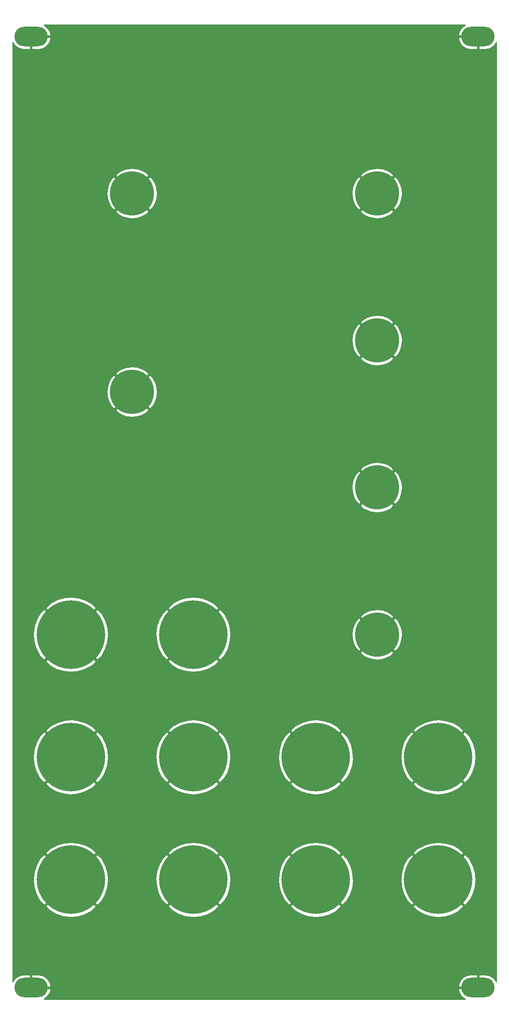
<source format=gbr>
%TF.GenerationSoftware,KiCad,Pcbnew,5.1.8-db9833491~88~ubuntu20.04.1*%
%TF.CreationDate,2020-12-01T11:04:47-05:00*%
%TF.ProjectId,mfos_vco_panel,6d666f73-5f76-4636-9f5f-70616e656c2e,rev?*%
%TF.SameCoordinates,Original*%
%TF.FileFunction,Copper,L2,Bot*%
%TF.FilePolarity,Positive*%
%FSLAX46Y46*%
G04 Gerber Fmt 4.6, Leading zero omitted, Abs format (unit mm)*
G04 Created by KiCad (PCBNEW 5.1.8-db9833491~88~ubuntu20.04.1) date 2020-12-01 11:04:47*
%MOMM*%
%LPD*%
G01*
G04 APERTURE LIST*
%TA.AperFunction,ComponentPad*%
%ADD10C,14.000000*%
%TD*%
%TA.AperFunction,ComponentPad*%
%ADD11C,9.000000*%
%TD*%
%TA.AperFunction,ComponentPad*%
%ADD12O,6.800000X4.000000*%
%TD*%
%TA.AperFunction,Conductor*%
%ADD13C,0.254000*%
%TD*%
%TA.AperFunction,Conductor*%
%ADD14C,0.100000*%
%TD*%
G04 APERTURE END LIST*
D10*
%TO.P,H21,1*%
%TO.N,GND*%
X92500000Y-110000000D03*
%TD*%
D11*
%TO.P,H20,1*%
%TO.N,GND*%
X155000000Y-50000000D03*
%TD*%
D10*
%TO.P,H19,1*%
%TO.N,GND*%
X167500000Y-160000000D03*
%TD*%
D11*
%TO.P,H18,1*%
%TO.N,GND*%
X155000000Y-80000000D03*
%TD*%
D12*
%TO.P,H17,1*%
%TO.N,GND*%
X84400000Y12000000D03*
%TD*%
D10*
%TO.P,H16,1*%
%TO.N,GND*%
X117500000Y-160000000D03*
%TD*%
%TO.P,H15,1*%
%TO.N,GND*%
X167500000Y-135000000D03*
%TD*%
D11*
%TO.P,H14,1*%
%TO.N,GND*%
X105000000Y-60500000D03*
%TD*%
D12*
%TO.P,H13,1*%
%TO.N,GND*%
X175600000Y-182000000D03*
%TD*%
D10*
%TO.P,H12,1*%
%TO.N,GND*%
X92500000Y-160000000D03*
%TD*%
%TO.P,H11,1*%
%TO.N,GND*%
X142500000Y-160000000D03*
%TD*%
D11*
%TO.P,H10,1*%
%TO.N,GND*%
X155000000Y-20000000D03*
%TD*%
D12*
%TO.P,H9,1*%
%TO.N,GND*%
X84400000Y-182000000D03*
%TD*%
D10*
%TO.P,H8,1*%
%TO.N,GND*%
X142500000Y-135000000D03*
%TD*%
%TO.P,H7,1*%
%TO.N,GND*%
X92500000Y-135000000D03*
%TD*%
D11*
%TO.P,H6,1*%
%TO.N,GND*%
X155000000Y-110000000D03*
%TD*%
D12*
%TO.P,H5,1*%
%TO.N,GND*%
X175600000Y12000000D03*
%TD*%
D10*
%TO.P,H4,1*%
%TO.N,GND*%
X117500000Y-135000000D03*
%TD*%
%TO.P,H3,1*%
%TO.N,GND*%
X117500000Y-110000000D03*
%TD*%
D11*
%TO.P,H1,1*%
%TO.N,GND*%
X105000000Y-20000000D03*
%TD*%
D13*
%TO.N,GND*%
X172630475Y14120365D02*
X172246970Y13773424D01*
X171938519Y13358331D01*
X171716975Y12891038D01*
X171620333Y12537162D01*
X171727009Y12127000D01*
X175473000Y12127000D01*
X175473000Y12147000D01*
X175727000Y12147000D01*
X175727000Y12127000D01*
X175747000Y12127000D01*
X175747000Y11873000D01*
X175727000Y11873000D01*
X175727000Y9365000D01*
X177127000Y9365000D01*
X177638623Y9440407D01*
X178125704Y9614178D01*
X178569525Y9879635D01*
X178953030Y10226576D01*
X179261481Y10641669D01*
X179340000Y10807286D01*
X179340001Y-180807288D01*
X179261481Y-180641669D01*
X178953030Y-180226576D01*
X178569525Y-179879635D01*
X178125704Y-179614178D01*
X177638623Y-179440407D01*
X177127000Y-179365000D01*
X175727000Y-179365000D01*
X175727000Y-181873000D01*
X175747000Y-181873000D01*
X175747000Y-182127000D01*
X175727000Y-182127000D01*
X175727000Y-182147000D01*
X175473000Y-182147000D01*
X175473000Y-182127000D01*
X171727009Y-182127000D01*
X171620333Y-182537162D01*
X171716975Y-182891038D01*
X171938519Y-183358331D01*
X172246970Y-183773424D01*
X172630475Y-184120365D01*
X172997686Y-184340000D01*
X87002314Y-184340000D01*
X87369525Y-184120365D01*
X87753030Y-183773424D01*
X88061481Y-183358331D01*
X88283025Y-182891038D01*
X88379667Y-182537162D01*
X88272991Y-182127000D01*
X84527000Y-182127000D01*
X84527000Y-182147000D01*
X84273000Y-182147000D01*
X84273000Y-182127000D01*
X84253000Y-182127000D01*
X84253000Y-181873000D01*
X84273000Y-181873000D01*
X84273000Y-179365000D01*
X84527000Y-179365000D01*
X84527000Y-181873000D01*
X88272991Y-181873000D01*
X88379667Y-181462838D01*
X171620333Y-181462838D01*
X171727009Y-181873000D01*
X175473000Y-181873000D01*
X175473000Y-179365000D01*
X174073000Y-179365000D01*
X173561377Y-179440407D01*
X173074296Y-179614178D01*
X172630475Y-179879635D01*
X172246970Y-180226576D01*
X171938519Y-180641669D01*
X171716975Y-181108962D01*
X171620333Y-181462838D01*
X88379667Y-181462838D01*
X88283025Y-181108962D01*
X88061481Y-180641669D01*
X87753030Y-180226576D01*
X87369525Y-179879635D01*
X86925704Y-179614178D01*
X86438623Y-179440407D01*
X85927000Y-179365000D01*
X84527000Y-179365000D01*
X84273000Y-179365000D01*
X82873000Y-179365000D01*
X82361377Y-179440407D01*
X81874296Y-179614178D01*
X81430475Y-179879635D01*
X81046970Y-180226576D01*
X80738519Y-180641669D01*
X80660000Y-180807286D01*
X80660000Y-165401674D01*
X87277932Y-165401674D01*
X88093908Y-166280530D01*
X89403840Y-167019437D01*
X90832756Y-167488591D01*
X92325743Y-167669963D01*
X93825428Y-167556583D01*
X95274176Y-167152807D01*
X96616314Y-166474153D01*
X96906092Y-166280530D01*
X97722068Y-165401674D01*
X112277932Y-165401674D01*
X113093908Y-166280530D01*
X114403840Y-167019437D01*
X115832756Y-167488591D01*
X117325743Y-167669963D01*
X118825428Y-167556583D01*
X120274176Y-167152807D01*
X121616314Y-166474153D01*
X121906092Y-166280530D01*
X122722068Y-165401674D01*
X137277932Y-165401674D01*
X138093908Y-166280530D01*
X139403840Y-167019437D01*
X140832756Y-167488591D01*
X142325743Y-167669963D01*
X143825428Y-167556583D01*
X145274176Y-167152807D01*
X146616314Y-166474153D01*
X146906092Y-166280530D01*
X147722068Y-165401674D01*
X162277932Y-165401674D01*
X163093908Y-166280530D01*
X164403840Y-167019437D01*
X165832756Y-167488591D01*
X167325743Y-167669963D01*
X168825428Y-167556583D01*
X170274176Y-167152807D01*
X171616314Y-166474153D01*
X171906092Y-166280530D01*
X172722068Y-165401674D01*
X167500000Y-160179605D01*
X162277932Y-165401674D01*
X147722068Y-165401674D01*
X142500000Y-160179605D01*
X137277932Y-165401674D01*
X122722068Y-165401674D01*
X117500000Y-160179605D01*
X112277932Y-165401674D01*
X97722068Y-165401674D01*
X92500000Y-160179605D01*
X87277932Y-165401674D01*
X80660000Y-165401674D01*
X80660000Y-159825743D01*
X84830037Y-159825743D01*
X84943417Y-161325428D01*
X85347193Y-162774176D01*
X86025847Y-164116314D01*
X86219470Y-164406092D01*
X87098326Y-165222068D01*
X92320395Y-160000000D01*
X92679605Y-160000000D01*
X97901674Y-165222068D01*
X98780530Y-164406092D01*
X99519437Y-163096160D01*
X99988591Y-161667244D01*
X100169963Y-160174257D01*
X100143615Y-159825743D01*
X109830037Y-159825743D01*
X109943417Y-161325428D01*
X110347193Y-162774176D01*
X111025847Y-164116314D01*
X111219470Y-164406092D01*
X112098326Y-165222068D01*
X117320395Y-160000000D01*
X117679605Y-160000000D01*
X122901674Y-165222068D01*
X123780530Y-164406092D01*
X124519437Y-163096160D01*
X124988591Y-161667244D01*
X125169963Y-160174257D01*
X125143615Y-159825743D01*
X134830037Y-159825743D01*
X134943417Y-161325428D01*
X135347193Y-162774176D01*
X136025847Y-164116314D01*
X136219470Y-164406092D01*
X137098326Y-165222068D01*
X142320395Y-160000000D01*
X142679605Y-160000000D01*
X147901674Y-165222068D01*
X148780530Y-164406092D01*
X149519437Y-163096160D01*
X149988591Y-161667244D01*
X150169963Y-160174257D01*
X150143615Y-159825743D01*
X159830037Y-159825743D01*
X159943417Y-161325428D01*
X160347193Y-162774176D01*
X161025847Y-164116314D01*
X161219470Y-164406092D01*
X162098326Y-165222068D01*
X167320395Y-160000000D01*
X167679605Y-160000000D01*
X172901674Y-165222068D01*
X173780530Y-164406092D01*
X174519437Y-163096160D01*
X174988591Y-161667244D01*
X175169963Y-160174257D01*
X175056583Y-158674572D01*
X174652807Y-157225824D01*
X173974153Y-155883686D01*
X173780530Y-155593908D01*
X172901674Y-154777932D01*
X167679605Y-160000000D01*
X167320395Y-160000000D01*
X162098326Y-154777932D01*
X161219470Y-155593908D01*
X160480563Y-156903840D01*
X160011409Y-158332756D01*
X159830037Y-159825743D01*
X150143615Y-159825743D01*
X150056583Y-158674572D01*
X149652807Y-157225824D01*
X148974153Y-155883686D01*
X148780530Y-155593908D01*
X147901674Y-154777932D01*
X142679605Y-160000000D01*
X142320395Y-160000000D01*
X137098326Y-154777932D01*
X136219470Y-155593908D01*
X135480563Y-156903840D01*
X135011409Y-158332756D01*
X134830037Y-159825743D01*
X125143615Y-159825743D01*
X125056583Y-158674572D01*
X124652807Y-157225824D01*
X123974153Y-155883686D01*
X123780530Y-155593908D01*
X122901674Y-154777932D01*
X117679605Y-160000000D01*
X117320395Y-160000000D01*
X112098326Y-154777932D01*
X111219470Y-155593908D01*
X110480563Y-156903840D01*
X110011409Y-158332756D01*
X109830037Y-159825743D01*
X100143615Y-159825743D01*
X100056583Y-158674572D01*
X99652807Y-157225824D01*
X98974153Y-155883686D01*
X98780530Y-155593908D01*
X97901674Y-154777932D01*
X92679605Y-160000000D01*
X92320395Y-160000000D01*
X87098326Y-154777932D01*
X86219470Y-155593908D01*
X85480563Y-156903840D01*
X85011409Y-158332756D01*
X84830037Y-159825743D01*
X80660000Y-159825743D01*
X80660000Y-154598326D01*
X87277932Y-154598326D01*
X92500000Y-159820395D01*
X97722068Y-154598326D01*
X112277932Y-154598326D01*
X117500000Y-159820395D01*
X122722068Y-154598326D01*
X137277932Y-154598326D01*
X142500000Y-159820395D01*
X147722068Y-154598326D01*
X162277932Y-154598326D01*
X167500000Y-159820395D01*
X172722068Y-154598326D01*
X171906092Y-153719470D01*
X170596160Y-152980563D01*
X169167244Y-152511409D01*
X167674257Y-152330037D01*
X166174572Y-152443417D01*
X164725824Y-152847193D01*
X163383686Y-153525847D01*
X163093908Y-153719470D01*
X162277932Y-154598326D01*
X147722068Y-154598326D01*
X146906092Y-153719470D01*
X145596160Y-152980563D01*
X144167244Y-152511409D01*
X142674257Y-152330037D01*
X141174572Y-152443417D01*
X139725824Y-152847193D01*
X138383686Y-153525847D01*
X138093908Y-153719470D01*
X137277932Y-154598326D01*
X122722068Y-154598326D01*
X121906092Y-153719470D01*
X120596160Y-152980563D01*
X119167244Y-152511409D01*
X117674257Y-152330037D01*
X116174572Y-152443417D01*
X114725824Y-152847193D01*
X113383686Y-153525847D01*
X113093908Y-153719470D01*
X112277932Y-154598326D01*
X97722068Y-154598326D01*
X96906092Y-153719470D01*
X95596160Y-152980563D01*
X94167244Y-152511409D01*
X92674257Y-152330037D01*
X91174572Y-152443417D01*
X89725824Y-152847193D01*
X88383686Y-153525847D01*
X88093908Y-153719470D01*
X87277932Y-154598326D01*
X80660000Y-154598326D01*
X80660000Y-140401674D01*
X87277932Y-140401674D01*
X88093908Y-141280530D01*
X89403840Y-142019437D01*
X90832756Y-142488591D01*
X92325743Y-142669963D01*
X93825428Y-142556583D01*
X95274176Y-142152807D01*
X96616314Y-141474153D01*
X96906092Y-141280530D01*
X97722068Y-140401674D01*
X112277932Y-140401674D01*
X113093908Y-141280530D01*
X114403840Y-142019437D01*
X115832756Y-142488591D01*
X117325743Y-142669963D01*
X118825428Y-142556583D01*
X120274176Y-142152807D01*
X121616314Y-141474153D01*
X121906092Y-141280530D01*
X122722068Y-140401674D01*
X137277932Y-140401674D01*
X138093908Y-141280530D01*
X139403840Y-142019437D01*
X140832756Y-142488591D01*
X142325743Y-142669963D01*
X143825428Y-142556583D01*
X145274176Y-142152807D01*
X146616314Y-141474153D01*
X146906092Y-141280530D01*
X147722068Y-140401674D01*
X162277932Y-140401674D01*
X163093908Y-141280530D01*
X164403840Y-142019437D01*
X165832756Y-142488591D01*
X167325743Y-142669963D01*
X168825428Y-142556583D01*
X170274176Y-142152807D01*
X171616314Y-141474153D01*
X171906092Y-141280530D01*
X172722068Y-140401674D01*
X167500000Y-135179605D01*
X162277932Y-140401674D01*
X147722068Y-140401674D01*
X142500000Y-135179605D01*
X137277932Y-140401674D01*
X122722068Y-140401674D01*
X117500000Y-135179605D01*
X112277932Y-140401674D01*
X97722068Y-140401674D01*
X92500000Y-135179605D01*
X87277932Y-140401674D01*
X80660000Y-140401674D01*
X80660000Y-134825743D01*
X84830037Y-134825743D01*
X84943417Y-136325428D01*
X85347193Y-137774176D01*
X86025847Y-139116314D01*
X86219470Y-139406092D01*
X87098326Y-140222068D01*
X92320395Y-135000000D01*
X92679605Y-135000000D01*
X97901674Y-140222068D01*
X98780530Y-139406092D01*
X99519437Y-138096160D01*
X99988591Y-136667244D01*
X100169963Y-135174257D01*
X100143615Y-134825743D01*
X109830037Y-134825743D01*
X109943417Y-136325428D01*
X110347193Y-137774176D01*
X111025847Y-139116314D01*
X111219470Y-139406092D01*
X112098326Y-140222068D01*
X117320395Y-135000000D01*
X117679605Y-135000000D01*
X122901674Y-140222068D01*
X123780530Y-139406092D01*
X124519437Y-138096160D01*
X124988591Y-136667244D01*
X125169963Y-135174257D01*
X125143615Y-134825743D01*
X134830037Y-134825743D01*
X134943417Y-136325428D01*
X135347193Y-137774176D01*
X136025847Y-139116314D01*
X136219470Y-139406092D01*
X137098326Y-140222068D01*
X142320395Y-135000000D01*
X142679605Y-135000000D01*
X147901674Y-140222068D01*
X148780530Y-139406092D01*
X149519437Y-138096160D01*
X149988591Y-136667244D01*
X150169963Y-135174257D01*
X150143615Y-134825743D01*
X159830037Y-134825743D01*
X159943417Y-136325428D01*
X160347193Y-137774176D01*
X161025847Y-139116314D01*
X161219470Y-139406092D01*
X162098326Y-140222068D01*
X167320395Y-135000000D01*
X167679605Y-135000000D01*
X172901674Y-140222068D01*
X173780530Y-139406092D01*
X174519437Y-138096160D01*
X174988591Y-136667244D01*
X175169963Y-135174257D01*
X175056583Y-133674572D01*
X174652807Y-132225824D01*
X173974153Y-130883686D01*
X173780530Y-130593908D01*
X172901674Y-129777932D01*
X167679605Y-135000000D01*
X167320395Y-135000000D01*
X162098326Y-129777932D01*
X161219470Y-130593908D01*
X160480563Y-131903840D01*
X160011409Y-133332756D01*
X159830037Y-134825743D01*
X150143615Y-134825743D01*
X150056583Y-133674572D01*
X149652807Y-132225824D01*
X148974153Y-130883686D01*
X148780530Y-130593908D01*
X147901674Y-129777932D01*
X142679605Y-135000000D01*
X142320395Y-135000000D01*
X137098326Y-129777932D01*
X136219470Y-130593908D01*
X135480563Y-131903840D01*
X135011409Y-133332756D01*
X134830037Y-134825743D01*
X125143615Y-134825743D01*
X125056583Y-133674572D01*
X124652807Y-132225824D01*
X123974153Y-130883686D01*
X123780530Y-130593908D01*
X122901674Y-129777932D01*
X117679605Y-135000000D01*
X117320395Y-135000000D01*
X112098326Y-129777932D01*
X111219470Y-130593908D01*
X110480563Y-131903840D01*
X110011409Y-133332756D01*
X109830037Y-134825743D01*
X100143615Y-134825743D01*
X100056583Y-133674572D01*
X99652807Y-132225824D01*
X98974153Y-130883686D01*
X98780530Y-130593908D01*
X97901674Y-129777932D01*
X92679605Y-135000000D01*
X92320395Y-135000000D01*
X87098326Y-129777932D01*
X86219470Y-130593908D01*
X85480563Y-131903840D01*
X85011409Y-133332756D01*
X84830037Y-134825743D01*
X80660000Y-134825743D01*
X80660000Y-129598326D01*
X87277932Y-129598326D01*
X92500000Y-134820395D01*
X97722068Y-129598326D01*
X112277932Y-129598326D01*
X117500000Y-134820395D01*
X122722068Y-129598326D01*
X137277932Y-129598326D01*
X142500000Y-134820395D01*
X147722068Y-129598326D01*
X162277932Y-129598326D01*
X167500000Y-134820395D01*
X172722068Y-129598326D01*
X171906092Y-128719470D01*
X170596160Y-127980563D01*
X169167244Y-127511409D01*
X167674257Y-127330037D01*
X166174572Y-127443417D01*
X164725824Y-127847193D01*
X163383686Y-128525847D01*
X163093908Y-128719470D01*
X162277932Y-129598326D01*
X147722068Y-129598326D01*
X146906092Y-128719470D01*
X145596160Y-127980563D01*
X144167244Y-127511409D01*
X142674257Y-127330037D01*
X141174572Y-127443417D01*
X139725824Y-127847193D01*
X138383686Y-128525847D01*
X138093908Y-128719470D01*
X137277932Y-129598326D01*
X122722068Y-129598326D01*
X121906092Y-128719470D01*
X120596160Y-127980563D01*
X119167244Y-127511409D01*
X117674257Y-127330037D01*
X116174572Y-127443417D01*
X114725824Y-127847193D01*
X113383686Y-128525847D01*
X113093908Y-128719470D01*
X112277932Y-129598326D01*
X97722068Y-129598326D01*
X96906092Y-128719470D01*
X95596160Y-127980563D01*
X94167244Y-127511409D01*
X92674257Y-127330037D01*
X91174572Y-127443417D01*
X89725824Y-127847193D01*
X88383686Y-128525847D01*
X88093908Y-128719470D01*
X87277932Y-129598326D01*
X80660000Y-129598326D01*
X80660000Y-115401674D01*
X87277932Y-115401674D01*
X88093908Y-116280530D01*
X89403840Y-117019437D01*
X90832756Y-117488591D01*
X92325743Y-117669963D01*
X93825428Y-117556583D01*
X95274176Y-117152807D01*
X96616314Y-116474153D01*
X96906092Y-116280530D01*
X97722068Y-115401674D01*
X112277932Y-115401674D01*
X113093908Y-116280530D01*
X114403840Y-117019437D01*
X115832756Y-117488591D01*
X117325743Y-117669963D01*
X118825428Y-117556583D01*
X120274176Y-117152807D01*
X121616314Y-116474153D01*
X121906092Y-116280530D01*
X122722068Y-115401674D01*
X117500000Y-110179605D01*
X112277932Y-115401674D01*
X97722068Y-115401674D01*
X92500000Y-110179605D01*
X87277932Y-115401674D01*
X80660000Y-115401674D01*
X80660000Y-109825743D01*
X84830037Y-109825743D01*
X84943417Y-111325428D01*
X85347193Y-112774176D01*
X86025847Y-114116314D01*
X86219470Y-114406092D01*
X87098326Y-115222068D01*
X92320395Y-110000000D01*
X92679605Y-110000000D01*
X97901674Y-115222068D01*
X98780530Y-114406092D01*
X99519437Y-113096160D01*
X99988591Y-111667244D01*
X100169963Y-110174257D01*
X100143615Y-109825743D01*
X109830037Y-109825743D01*
X109943417Y-111325428D01*
X110347193Y-112774176D01*
X111025847Y-114116314D01*
X111219470Y-114406092D01*
X112098326Y-115222068D01*
X117320395Y-110000000D01*
X117679605Y-110000000D01*
X122901674Y-115222068D01*
X123780530Y-114406092D01*
X124221145Y-113624971D01*
X151554634Y-113624971D01*
X152070783Y-114247788D01*
X152955768Y-114737630D01*
X153919314Y-115045407D01*
X154924389Y-115159293D01*
X155932370Y-115074910D01*
X156904520Y-114795501D01*
X157803481Y-114331803D01*
X157929217Y-114247788D01*
X158445366Y-113624971D01*
X155000000Y-110179605D01*
X151554634Y-113624971D01*
X124221145Y-113624971D01*
X124519437Y-113096160D01*
X124988591Y-111667244D01*
X125169963Y-110174257D01*
X125151073Y-109924389D01*
X149840707Y-109924389D01*
X149925090Y-110932370D01*
X150204499Y-111904520D01*
X150668197Y-112803481D01*
X150752212Y-112929217D01*
X151375029Y-113445366D01*
X154820395Y-110000000D01*
X155179605Y-110000000D01*
X158624971Y-113445366D01*
X159247788Y-112929217D01*
X159737630Y-112044232D01*
X160045407Y-111080686D01*
X160159293Y-110075611D01*
X160074910Y-109067630D01*
X159795501Y-108095480D01*
X159331803Y-107196519D01*
X159247788Y-107070783D01*
X158624971Y-106554634D01*
X155179605Y-110000000D01*
X154820395Y-110000000D01*
X151375029Y-106554634D01*
X150752212Y-107070783D01*
X150262370Y-107955768D01*
X149954593Y-108919314D01*
X149840707Y-109924389D01*
X125151073Y-109924389D01*
X125056583Y-108674572D01*
X124652807Y-107225824D01*
X124222602Y-106375029D01*
X151554634Y-106375029D01*
X155000000Y-109820395D01*
X158445366Y-106375029D01*
X157929217Y-105752212D01*
X157044232Y-105262370D01*
X156080686Y-104954593D01*
X155075611Y-104840707D01*
X154067630Y-104925090D01*
X153095480Y-105204499D01*
X152196519Y-105668197D01*
X152070783Y-105752212D01*
X151554634Y-106375029D01*
X124222602Y-106375029D01*
X123974153Y-105883686D01*
X123780530Y-105593908D01*
X122901674Y-104777932D01*
X117679605Y-110000000D01*
X117320395Y-110000000D01*
X112098326Y-104777932D01*
X111219470Y-105593908D01*
X110480563Y-106903840D01*
X110011409Y-108332756D01*
X109830037Y-109825743D01*
X100143615Y-109825743D01*
X100056583Y-108674572D01*
X99652807Y-107225824D01*
X98974153Y-105883686D01*
X98780530Y-105593908D01*
X97901674Y-104777932D01*
X92679605Y-110000000D01*
X92320395Y-110000000D01*
X87098326Y-104777932D01*
X86219470Y-105593908D01*
X85480563Y-106903840D01*
X85011409Y-108332756D01*
X84830037Y-109825743D01*
X80660000Y-109825743D01*
X80660000Y-104598326D01*
X87277932Y-104598326D01*
X92500000Y-109820395D01*
X97722068Y-104598326D01*
X112277932Y-104598326D01*
X117500000Y-109820395D01*
X122722068Y-104598326D01*
X121906092Y-103719470D01*
X120596160Y-102980563D01*
X119167244Y-102511409D01*
X117674257Y-102330037D01*
X116174572Y-102443417D01*
X114725824Y-102847193D01*
X113383686Y-103525847D01*
X113093908Y-103719470D01*
X112277932Y-104598326D01*
X97722068Y-104598326D01*
X96906092Y-103719470D01*
X95596160Y-102980563D01*
X94167244Y-102511409D01*
X92674257Y-102330037D01*
X91174572Y-102443417D01*
X89725824Y-102847193D01*
X88383686Y-103525847D01*
X88093908Y-103719470D01*
X87277932Y-104598326D01*
X80660000Y-104598326D01*
X80660000Y-83624971D01*
X151554634Y-83624971D01*
X152070783Y-84247788D01*
X152955768Y-84737630D01*
X153919314Y-85045407D01*
X154924389Y-85159293D01*
X155932370Y-85074910D01*
X156904520Y-84795501D01*
X157803481Y-84331803D01*
X157929217Y-84247788D01*
X158445366Y-83624971D01*
X155000000Y-80179605D01*
X151554634Y-83624971D01*
X80660000Y-83624971D01*
X80660000Y-79924389D01*
X149840707Y-79924389D01*
X149925090Y-80932370D01*
X150204499Y-81904520D01*
X150668197Y-82803481D01*
X150752212Y-82929217D01*
X151375029Y-83445366D01*
X154820395Y-80000000D01*
X155179605Y-80000000D01*
X158624971Y-83445366D01*
X159247788Y-82929217D01*
X159737630Y-82044232D01*
X160045407Y-81080686D01*
X160159293Y-80075611D01*
X160074910Y-79067630D01*
X159795501Y-78095480D01*
X159331803Y-77196519D01*
X159247788Y-77070783D01*
X158624971Y-76554634D01*
X155179605Y-80000000D01*
X154820395Y-80000000D01*
X151375029Y-76554634D01*
X150752212Y-77070783D01*
X150262370Y-77955768D01*
X149954593Y-78919314D01*
X149840707Y-79924389D01*
X80660000Y-79924389D01*
X80660000Y-76375029D01*
X151554634Y-76375029D01*
X155000000Y-79820395D01*
X158445366Y-76375029D01*
X157929217Y-75752212D01*
X157044232Y-75262370D01*
X156080686Y-74954593D01*
X155075611Y-74840707D01*
X154067630Y-74925090D01*
X153095480Y-75204499D01*
X152196519Y-75668197D01*
X152070783Y-75752212D01*
X151554634Y-76375029D01*
X80660000Y-76375029D01*
X80660000Y-64124971D01*
X101554634Y-64124971D01*
X102070783Y-64747788D01*
X102955768Y-65237630D01*
X103919314Y-65545407D01*
X104924389Y-65659293D01*
X105932370Y-65574910D01*
X106904520Y-65295501D01*
X107803481Y-64831803D01*
X107929217Y-64747788D01*
X108445366Y-64124971D01*
X105000000Y-60679605D01*
X101554634Y-64124971D01*
X80660000Y-64124971D01*
X80660000Y-60424389D01*
X99840707Y-60424389D01*
X99925090Y-61432370D01*
X100204499Y-62404520D01*
X100668197Y-63303481D01*
X100752212Y-63429217D01*
X101375029Y-63945366D01*
X104820395Y-60500000D01*
X105179605Y-60500000D01*
X108624971Y-63945366D01*
X109247788Y-63429217D01*
X109737630Y-62544232D01*
X110045407Y-61580686D01*
X110159293Y-60575611D01*
X110074910Y-59567630D01*
X109795501Y-58595480D01*
X109331803Y-57696519D01*
X109247788Y-57570783D01*
X108624971Y-57054634D01*
X105179605Y-60500000D01*
X104820395Y-60500000D01*
X101375029Y-57054634D01*
X100752212Y-57570783D01*
X100262370Y-58455768D01*
X99954593Y-59419314D01*
X99840707Y-60424389D01*
X80660000Y-60424389D01*
X80660000Y-56875029D01*
X101554634Y-56875029D01*
X105000000Y-60320395D01*
X108445366Y-56875029D01*
X107929217Y-56252212D01*
X107044232Y-55762370D01*
X106080686Y-55454593D01*
X105075611Y-55340707D01*
X104067630Y-55425090D01*
X103095480Y-55704499D01*
X102196519Y-56168197D01*
X102070783Y-56252212D01*
X101554634Y-56875029D01*
X80660000Y-56875029D01*
X80660000Y-53624971D01*
X151554634Y-53624971D01*
X152070783Y-54247788D01*
X152955768Y-54737630D01*
X153919314Y-55045407D01*
X154924389Y-55159293D01*
X155932370Y-55074910D01*
X156904520Y-54795501D01*
X157803481Y-54331803D01*
X157929217Y-54247788D01*
X158445366Y-53624971D01*
X155000000Y-50179605D01*
X151554634Y-53624971D01*
X80660000Y-53624971D01*
X80660000Y-49924389D01*
X149840707Y-49924389D01*
X149925090Y-50932370D01*
X150204499Y-51904520D01*
X150668197Y-52803481D01*
X150752212Y-52929217D01*
X151375029Y-53445366D01*
X154820395Y-50000000D01*
X155179605Y-50000000D01*
X158624971Y-53445366D01*
X159247788Y-52929217D01*
X159737630Y-52044232D01*
X160045407Y-51080686D01*
X160159293Y-50075611D01*
X160074910Y-49067630D01*
X159795501Y-48095480D01*
X159331803Y-47196519D01*
X159247788Y-47070783D01*
X158624971Y-46554634D01*
X155179605Y-50000000D01*
X154820395Y-50000000D01*
X151375029Y-46554634D01*
X150752212Y-47070783D01*
X150262370Y-47955768D01*
X149954593Y-48919314D01*
X149840707Y-49924389D01*
X80660000Y-49924389D01*
X80660000Y-46375029D01*
X151554634Y-46375029D01*
X155000000Y-49820395D01*
X158445366Y-46375029D01*
X157929217Y-45752212D01*
X157044232Y-45262370D01*
X156080686Y-44954593D01*
X155075611Y-44840707D01*
X154067630Y-44925090D01*
X153095480Y-45204499D01*
X152196519Y-45668197D01*
X152070783Y-45752212D01*
X151554634Y-46375029D01*
X80660000Y-46375029D01*
X80660000Y-23624971D01*
X101554634Y-23624971D01*
X102070783Y-24247788D01*
X102955768Y-24737630D01*
X103919314Y-25045407D01*
X104924389Y-25159293D01*
X105932370Y-25074910D01*
X106904520Y-24795501D01*
X107803481Y-24331803D01*
X107929217Y-24247788D01*
X108445366Y-23624971D01*
X151554634Y-23624971D01*
X152070783Y-24247788D01*
X152955768Y-24737630D01*
X153919314Y-25045407D01*
X154924389Y-25159293D01*
X155932370Y-25074910D01*
X156904520Y-24795501D01*
X157803481Y-24331803D01*
X157929217Y-24247788D01*
X158445366Y-23624971D01*
X155000000Y-20179605D01*
X151554634Y-23624971D01*
X108445366Y-23624971D01*
X105000000Y-20179605D01*
X101554634Y-23624971D01*
X80660000Y-23624971D01*
X80660000Y-19924389D01*
X99840707Y-19924389D01*
X99925090Y-20932370D01*
X100204499Y-21904520D01*
X100668197Y-22803481D01*
X100752212Y-22929217D01*
X101375029Y-23445366D01*
X104820395Y-20000000D01*
X105179605Y-20000000D01*
X108624971Y-23445366D01*
X109247788Y-22929217D01*
X109737630Y-22044232D01*
X110045407Y-21080686D01*
X110159293Y-20075611D01*
X110146634Y-19924389D01*
X149840707Y-19924389D01*
X149925090Y-20932370D01*
X150204499Y-21904520D01*
X150668197Y-22803481D01*
X150752212Y-22929217D01*
X151375029Y-23445366D01*
X154820395Y-20000000D01*
X155179605Y-20000000D01*
X158624971Y-23445366D01*
X159247788Y-22929217D01*
X159737630Y-22044232D01*
X160045407Y-21080686D01*
X160159293Y-20075611D01*
X160074910Y-19067630D01*
X159795501Y-18095480D01*
X159331803Y-17196519D01*
X159247788Y-17070783D01*
X158624971Y-16554634D01*
X155179605Y-20000000D01*
X154820395Y-20000000D01*
X151375029Y-16554634D01*
X150752212Y-17070783D01*
X150262370Y-17955768D01*
X149954593Y-18919314D01*
X149840707Y-19924389D01*
X110146634Y-19924389D01*
X110074910Y-19067630D01*
X109795501Y-18095480D01*
X109331803Y-17196519D01*
X109247788Y-17070783D01*
X108624971Y-16554634D01*
X105179605Y-20000000D01*
X104820395Y-20000000D01*
X101375029Y-16554634D01*
X100752212Y-17070783D01*
X100262370Y-17955768D01*
X99954593Y-18919314D01*
X99840707Y-19924389D01*
X80660000Y-19924389D01*
X80660000Y-16375029D01*
X101554634Y-16375029D01*
X105000000Y-19820395D01*
X108445366Y-16375029D01*
X151554634Y-16375029D01*
X155000000Y-19820395D01*
X158445366Y-16375029D01*
X157929217Y-15752212D01*
X157044232Y-15262370D01*
X156080686Y-14954593D01*
X155075611Y-14840707D01*
X154067630Y-14925090D01*
X153095480Y-15204499D01*
X152196519Y-15668197D01*
X152070783Y-15752212D01*
X151554634Y-16375029D01*
X108445366Y-16375029D01*
X107929217Y-15752212D01*
X107044232Y-15262370D01*
X106080686Y-14954593D01*
X105075611Y-14840707D01*
X104067630Y-14925090D01*
X103095480Y-15204499D01*
X102196519Y-15668197D01*
X102070783Y-15752212D01*
X101554634Y-16375029D01*
X80660000Y-16375029D01*
X80660000Y10807286D01*
X80738519Y10641669D01*
X81046970Y10226576D01*
X81430475Y9879635D01*
X81874296Y9614178D01*
X82361377Y9440407D01*
X82873000Y9365000D01*
X84273000Y9365000D01*
X84273000Y11873000D01*
X84527000Y11873000D01*
X84527000Y9365000D01*
X85927000Y9365000D01*
X86438623Y9440407D01*
X86925704Y9614178D01*
X87369525Y9879635D01*
X87753030Y10226576D01*
X88061481Y10641669D01*
X88283025Y11108962D01*
X88379667Y11462838D01*
X171620333Y11462838D01*
X171716975Y11108962D01*
X171938519Y10641669D01*
X172246970Y10226576D01*
X172630475Y9879635D01*
X173074296Y9614178D01*
X173561377Y9440407D01*
X174073000Y9365000D01*
X175473000Y9365000D01*
X175473000Y11873000D01*
X171727009Y11873000D01*
X171620333Y11462838D01*
X88379667Y11462838D01*
X88272991Y11873000D01*
X84527000Y11873000D01*
X84273000Y11873000D01*
X84253000Y11873000D01*
X84253000Y12127000D01*
X84273000Y12127000D01*
X84273000Y12147000D01*
X84527000Y12147000D01*
X84527000Y12127000D01*
X88272991Y12127000D01*
X88379667Y12537162D01*
X88283025Y12891038D01*
X88061481Y13358331D01*
X87753030Y13773424D01*
X87369525Y14120365D01*
X87002314Y14340000D01*
X172997686Y14340000D01*
X172630475Y14120365D01*
%TA.AperFunction,Conductor*%
D14*
G36*
X172630475Y14120365D02*
G01*
X172246970Y13773424D01*
X171938519Y13358331D01*
X171716975Y12891038D01*
X171620333Y12537162D01*
X171727009Y12127000D01*
X175473000Y12127000D01*
X175473000Y12147000D01*
X175727000Y12147000D01*
X175727000Y12127000D01*
X175747000Y12127000D01*
X175747000Y11873000D01*
X175727000Y11873000D01*
X175727000Y9365000D01*
X177127000Y9365000D01*
X177638623Y9440407D01*
X178125704Y9614178D01*
X178569525Y9879635D01*
X178953030Y10226576D01*
X179261481Y10641669D01*
X179340000Y10807286D01*
X179340001Y-180807288D01*
X179261481Y-180641669D01*
X178953030Y-180226576D01*
X178569525Y-179879635D01*
X178125704Y-179614178D01*
X177638623Y-179440407D01*
X177127000Y-179365000D01*
X175727000Y-179365000D01*
X175727000Y-181873000D01*
X175747000Y-181873000D01*
X175747000Y-182127000D01*
X175727000Y-182127000D01*
X175727000Y-182147000D01*
X175473000Y-182147000D01*
X175473000Y-182127000D01*
X171727009Y-182127000D01*
X171620333Y-182537162D01*
X171716975Y-182891038D01*
X171938519Y-183358331D01*
X172246970Y-183773424D01*
X172630475Y-184120365D01*
X172997686Y-184340000D01*
X87002314Y-184340000D01*
X87369525Y-184120365D01*
X87753030Y-183773424D01*
X88061481Y-183358331D01*
X88283025Y-182891038D01*
X88379667Y-182537162D01*
X88272991Y-182127000D01*
X84527000Y-182127000D01*
X84527000Y-182147000D01*
X84273000Y-182147000D01*
X84273000Y-182127000D01*
X84253000Y-182127000D01*
X84253000Y-181873000D01*
X84273000Y-181873000D01*
X84273000Y-179365000D01*
X84527000Y-179365000D01*
X84527000Y-181873000D01*
X88272991Y-181873000D01*
X88379667Y-181462838D01*
X171620333Y-181462838D01*
X171727009Y-181873000D01*
X175473000Y-181873000D01*
X175473000Y-179365000D01*
X174073000Y-179365000D01*
X173561377Y-179440407D01*
X173074296Y-179614178D01*
X172630475Y-179879635D01*
X172246970Y-180226576D01*
X171938519Y-180641669D01*
X171716975Y-181108962D01*
X171620333Y-181462838D01*
X88379667Y-181462838D01*
X88283025Y-181108962D01*
X88061481Y-180641669D01*
X87753030Y-180226576D01*
X87369525Y-179879635D01*
X86925704Y-179614178D01*
X86438623Y-179440407D01*
X85927000Y-179365000D01*
X84527000Y-179365000D01*
X84273000Y-179365000D01*
X82873000Y-179365000D01*
X82361377Y-179440407D01*
X81874296Y-179614178D01*
X81430475Y-179879635D01*
X81046970Y-180226576D01*
X80738519Y-180641669D01*
X80660000Y-180807286D01*
X80660000Y-165401674D01*
X87277932Y-165401674D01*
X88093908Y-166280530D01*
X89403840Y-167019437D01*
X90832756Y-167488591D01*
X92325743Y-167669963D01*
X93825428Y-167556583D01*
X95274176Y-167152807D01*
X96616314Y-166474153D01*
X96906092Y-166280530D01*
X97722068Y-165401674D01*
X112277932Y-165401674D01*
X113093908Y-166280530D01*
X114403840Y-167019437D01*
X115832756Y-167488591D01*
X117325743Y-167669963D01*
X118825428Y-167556583D01*
X120274176Y-167152807D01*
X121616314Y-166474153D01*
X121906092Y-166280530D01*
X122722068Y-165401674D01*
X137277932Y-165401674D01*
X138093908Y-166280530D01*
X139403840Y-167019437D01*
X140832756Y-167488591D01*
X142325743Y-167669963D01*
X143825428Y-167556583D01*
X145274176Y-167152807D01*
X146616314Y-166474153D01*
X146906092Y-166280530D01*
X147722068Y-165401674D01*
X162277932Y-165401674D01*
X163093908Y-166280530D01*
X164403840Y-167019437D01*
X165832756Y-167488591D01*
X167325743Y-167669963D01*
X168825428Y-167556583D01*
X170274176Y-167152807D01*
X171616314Y-166474153D01*
X171906092Y-166280530D01*
X172722068Y-165401674D01*
X167500000Y-160179605D01*
X162277932Y-165401674D01*
X147722068Y-165401674D01*
X142500000Y-160179605D01*
X137277932Y-165401674D01*
X122722068Y-165401674D01*
X117500000Y-160179605D01*
X112277932Y-165401674D01*
X97722068Y-165401674D01*
X92500000Y-160179605D01*
X87277932Y-165401674D01*
X80660000Y-165401674D01*
X80660000Y-159825743D01*
X84830037Y-159825743D01*
X84943417Y-161325428D01*
X85347193Y-162774176D01*
X86025847Y-164116314D01*
X86219470Y-164406092D01*
X87098326Y-165222068D01*
X92320395Y-160000000D01*
X92679605Y-160000000D01*
X97901674Y-165222068D01*
X98780530Y-164406092D01*
X99519437Y-163096160D01*
X99988591Y-161667244D01*
X100169963Y-160174257D01*
X100143615Y-159825743D01*
X109830037Y-159825743D01*
X109943417Y-161325428D01*
X110347193Y-162774176D01*
X111025847Y-164116314D01*
X111219470Y-164406092D01*
X112098326Y-165222068D01*
X117320395Y-160000000D01*
X117679605Y-160000000D01*
X122901674Y-165222068D01*
X123780530Y-164406092D01*
X124519437Y-163096160D01*
X124988591Y-161667244D01*
X125169963Y-160174257D01*
X125143615Y-159825743D01*
X134830037Y-159825743D01*
X134943417Y-161325428D01*
X135347193Y-162774176D01*
X136025847Y-164116314D01*
X136219470Y-164406092D01*
X137098326Y-165222068D01*
X142320395Y-160000000D01*
X142679605Y-160000000D01*
X147901674Y-165222068D01*
X148780530Y-164406092D01*
X149519437Y-163096160D01*
X149988591Y-161667244D01*
X150169963Y-160174257D01*
X150143615Y-159825743D01*
X159830037Y-159825743D01*
X159943417Y-161325428D01*
X160347193Y-162774176D01*
X161025847Y-164116314D01*
X161219470Y-164406092D01*
X162098326Y-165222068D01*
X167320395Y-160000000D01*
X167679605Y-160000000D01*
X172901674Y-165222068D01*
X173780530Y-164406092D01*
X174519437Y-163096160D01*
X174988591Y-161667244D01*
X175169963Y-160174257D01*
X175056583Y-158674572D01*
X174652807Y-157225824D01*
X173974153Y-155883686D01*
X173780530Y-155593908D01*
X172901674Y-154777932D01*
X167679605Y-160000000D01*
X167320395Y-160000000D01*
X162098326Y-154777932D01*
X161219470Y-155593908D01*
X160480563Y-156903840D01*
X160011409Y-158332756D01*
X159830037Y-159825743D01*
X150143615Y-159825743D01*
X150056583Y-158674572D01*
X149652807Y-157225824D01*
X148974153Y-155883686D01*
X148780530Y-155593908D01*
X147901674Y-154777932D01*
X142679605Y-160000000D01*
X142320395Y-160000000D01*
X137098326Y-154777932D01*
X136219470Y-155593908D01*
X135480563Y-156903840D01*
X135011409Y-158332756D01*
X134830037Y-159825743D01*
X125143615Y-159825743D01*
X125056583Y-158674572D01*
X124652807Y-157225824D01*
X123974153Y-155883686D01*
X123780530Y-155593908D01*
X122901674Y-154777932D01*
X117679605Y-160000000D01*
X117320395Y-160000000D01*
X112098326Y-154777932D01*
X111219470Y-155593908D01*
X110480563Y-156903840D01*
X110011409Y-158332756D01*
X109830037Y-159825743D01*
X100143615Y-159825743D01*
X100056583Y-158674572D01*
X99652807Y-157225824D01*
X98974153Y-155883686D01*
X98780530Y-155593908D01*
X97901674Y-154777932D01*
X92679605Y-160000000D01*
X92320395Y-160000000D01*
X87098326Y-154777932D01*
X86219470Y-155593908D01*
X85480563Y-156903840D01*
X85011409Y-158332756D01*
X84830037Y-159825743D01*
X80660000Y-159825743D01*
X80660000Y-154598326D01*
X87277932Y-154598326D01*
X92500000Y-159820395D01*
X97722068Y-154598326D01*
X112277932Y-154598326D01*
X117500000Y-159820395D01*
X122722068Y-154598326D01*
X137277932Y-154598326D01*
X142500000Y-159820395D01*
X147722068Y-154598326D01*
X162277932Y-154598326D01*
X167500000Y-159820395D01*
X172722068Y-154598326D01*
X171906092Y-153719470D01*
X170596160Y-152980563D01*
X169167244Y-152511409D01*
X167674257Y-152330037D01*
X166174572Y-152443417D01*
X164725824Y-152847193D01*
X163383686Y-153525847D01*
X163093908Y-153719470D01*
X162277932Y-154598326D01*
X147722068Y-154598326D01*
X146906092Y-153719470D01*
X145596160Y-152980563D01*
X144167244Y-152511409D01*
X142674257Y-152330037D01*
X141174572Y-152443417D01*
X139725824Y-152847193D01*
X138383686Y-153525847D01*
X138093908Y-153719470D01*
X137277932Y-154598326D01*
X122722068Y-154598326D01*
X121906092Y-153719470D01*
X120596160Y-152980563D01*
X119167244Y-152511409D01*
X117674257Y-152330037D01*
X116174572Y-152443417D01*
X114725824Y-152847193D01*
X113383686Y-153525847D01*
X113093908Y-153719470D01*
X112277932Y-154598326D01*
X97722068Y-154598326D01*
X96906092Y-153719470D01*
X95596160Y-152980563D01*
X94167244Y-152511409D01*
X92674257Y-152330037D01*
X91174572Y-152443417D01*
X89725824Y-152847193D01*
X88383686Y-153525847D01*
X88093908Y-153719470D01*
X87277932Y-154598326D01*
X80660000Y-154598326D01*
X80660000Y-140401674D01*
X87277932Y-140401674D01*
X88093908Y-141280530D01*
X89403840Y-142019437D01*
X90832756Y-142488591D01*
X92325743Y-142669963D01*
X93825428Y-142556583D01*
X95274176Y-142152807D01*
X96616314Y-141474153D01*
X96906092Y-141280530D01*
X97722068Y-140401674D01*
X112277932Y-140401674D01*
X113093908Y-141280530D01*
X114403840Y-142019437D01*
X115832756Y-142488591D01*
X117325743Y-142669963D01*
X118825428Y-142556583D01*
X120274176Y-142152807D01*
X121616314Y-141474153D01*
X121906092Y-141280530D01*
X122722068Y-140401674D01*
X137277932Y-140401674D01*
X138093908Y-141280530D01*
X139403840Y-142019437D01*
X140832756Y-142488591D01*
X142325743Y-142669963D01*
X143825428Y-142556583D01*
X145274176Y-142152807D01*
X146616314Y-141474153D01*
X146906092Y-141280530D01*
X147722068Y-140401674D01*
X162277932Y-140401674D01*
X163093908Y-141280530D01*
X164403840Y-142019437D01*
X165832756Y-142488591D01*
X167325743Y-142669963D01*
X168825428Y-142556583D01*
X170274176Y-142152807D01*
X171616314Y-141474153D01*
X171906092Y-141280530D01*
X172722068Y-140401674D01*
X167500000Y-135179605D01*
X162277932Y-140401674D01*
X147722068Y-140401674D01*
X142500000Y-135179605D01*
X137277932Y-140401674D01*
X122722068Y-140401674D01*
X117500000Y-135179605D01*
X112277932Y-140401674D01*
X97722068Y-140401674D01*
X92500000Y-135179605D01*
X87277932Y-140401674D01*
X80660000Y-140401674D01*
X80660000Y-134825743D01*
X84830037Y-134825743D01*
X84943417Y-136325428D01*
X85347193Y-137774176D01*
X86025847Y-139116314D01*
X86219470Y-139406092D01*
X87098326Y-140222068D01*
X92320395Y-135000000D01*
X92679605Y-135000000D01*
X97901674Y-140222068D01*
X98780530Y-139406092D01*
X99519437Y-138096160D01*
X99988591Y-136667244D01*
X100169963Y-135174257D01*
X100143615Y-134825743D01*
X109830037Y-134825743D01*
X109943417Y-136325428D01*
X110347193Y-137774176D01*
X111025847Y-139116314D01*
X111219470Y-139406092D01*
X112098326Y-140222068D01*
X117320395Y-135000000D01*
X117679605Y-135000000D01*
X122901674Y-140222068D01*
X123780530Y-139406092D01*
X124519437Y-138096160D01*
X124988591Y-136667244D01*
X125169963Y-135174257D01*
X125143615Y-134825743D01*
X134830037Y-134825743D01*
X134943417Y-136325428D01*
X135347193Y-137774176D01*
X136025847Y-139116314D01*
X136219470Y-139406092D01*
X137098326Y-140222068D01*
X142320395Y-135000000D01*
X142679605Y-135000000D01*
X147901674Y-140222068D01*
X148780530Y-139406092D01*
X149519437Y-138096160D01*
X149988591Y-136667244D01*
X150169963Y-135174257D01*
X150143615Y-134825743D01*
X159830037Y-134825743D01*
X159943417Y-136325428D01*
X160347193Y-137774176D01*
X161025847Y-139116314D01*
X161219470Y-139406092D01*
X162098326Y-140222068D01*
X167320395Y-135000000D01*
X167679605Y-135000000D01*
X172901674Y-140222068D01*
X173780530Y-139406092D01*
X174519437Y-138096160D01*
X174988591Y-136667244D01*
X175169963Y-135174257D01*
X175056583Y-133674572D01*
X174652807Y-132225824D01*
X173974153Y-130883686D01*
X173780530Y-130593908D01*
X172901674Y-129777932D01*
X167679605Y-135000000D01*
X167320395Y-135000000D01*
X162098326Y-129777932D01*
X161219470Y-130593908D01*
X160480563Y-131903840D01*
X160011409Y-133332756D01*
X159830037Y-134825743D01*
X150143615Y-134825743D01*
X150056583Y-133674572D01*
X149652807Y-132225824D01*
X148974153Y-130883686D01*
X148780530Y-130593908D01*
X147901674Y-129777932D01*
X142679605Y-135000000D01*
X142320395Y-135000000D01*
X137098326Y-129777932D01*
X136219470Y-130593908D01*
X135480563Y-131903840D01*
X135011409Y-133332756D01*
X134830037Y-134825743D01*
X125143615Y-134825743D01*
X125056583Y-133674572D01*
X124652807Y-132225824D01*
X123974153Y-130883686D01*
X123780530Y-130593908D01*
X122901674Y-129777932D01*
X117679605Y-135000000D01*
X117320395Y-135000000D01*
X112098326Y-129777932D01*
X111219470Y-130593908D01*
X110480563Y-131903840D01*
X110011409Y-133332756D01*
X109830037Y-134825743D01*
X100143615Y-134825743D01*
X100056583Y-133674572D01*
X99652807Y-132225824D01*
X98974153Y-130883686D01*
X98780530Y-130593908D01*
X97901674Y-129777932D01*
X92679605Y-135000000D01*
X92320395Y-135000000D01*
X87098326Y-129777932D01*
X86219470Y-130593908D01*
X85480563Y-131903840D01*
X85011409Y-133332756D01*
X84830037Y-134825743D01*
X80660000Y-134825743D01*
X80660000Y-129598326D01*
X87277932Y-129598326D01*
X92500000Y-134820395D01*
X97722068Y-129598326D01*
X112277932Y-129598326D01*
X117500000Y-134820395D01*
X122722068Y-129598326D01*
X137277932Y-129598326D01*
X142500000Y-134820395D01*
X147722068Y-129598326D01*
X162277932Y-129598326D01*
X167500000Y-134820395D01*
X172722068Y-129598326D01*
X171906092Y-128719470D01*
X170596160Y-127980563D01*
X169167244Y-127511409D01*
X167674257Y-127330037D01*
X166174572Y-127443417D01*
X164725824Y-127847193D01*
X163383686Y-128525847D01*
X163093908Y-128719470D01*
X162277932Y-129598326D01*
X147722068Y-129598326D01*
X146906092Y-128719470D01*
X145596160Y-127980563D01*
X144167244Y-127511409D01*
X142674257Y-127330037D01*
X141174572Y-127443417D01*
X139725824Y-127847193D01*
X138383686Y-128525847D01*
X138093908Y-128719470D01*
X137277932Y-129598326D01*
X122722068Y-129598326D01*
X121906092Y-128719470D01*
X120596160Y-127980563D01*
X119167244Y-127511409D01*
X117674257Y-127330037D01*
X116174572Y-127443417D01*
X114725824Y-127847193D01*
X113383686Y-128525847D01*
X113093908Y-128719470D01*
X112277932Y-129598326D01*
X97722068Y-129598326D01*
X96906092Y-128719470D01*
X95596160Y-127980563D01*
X94167244Y-127511409D01*
X92674257Y-127330037D01*
X91174572Y-127443417D01*
X89725824Y-127847193D01*
X88383686Y-128525847D01*
X88093908Y-128719470D01*
X87277932Y-129598326D01*
X80660000Y-129598326D01*
X80660000Y-115401674D01*
X87277932Y-115401674D01*
X88093908Y-116280530D01*
X89403840Y-117019437D01*
X90832756Y-117488591D01*
X92325743Y-117669963D01*
X93825428Y-117556583D01*
X95274176Y-117152807D01*
X96616314Y-116474153D01*
X96906092Y-116280530D01*
X97722068Y-115401674D01*
X112277932Y-115401674D01*
X113093908Y-116280530D01*
X114403840Y-117019437D01*
X115832756Y-117488591D01*
X117325743Y-117669963D01*
X118825428Y-117556583D01*
X120274176Y-117152807D01*
X121616314Y-116474153D01*
X121906092Y-116280530D01*
X122722068Y-115401674D01*
X117500000Y-110179605D01*
X112277932Y-115401674D01*
X97722068Y-115401674D01*
X92500000Y-110179605D01*
X87277932Y-115401674D01*
X80660000Y-115401674D01*
X80660000Y-109825743D01*
X84830037Y-109825743D01*
X84943417Y-111325428D01*
X85347193Y-112774176D01*
X86025847Y-114116314D01*
X86219470Y-114406092D01*
X87098326Y-115222068D01*
X92320395Y-110000000D01*
X92679605Y-110000000D01*
X97901674Y-115222068D01*
X98780530Y-114406092D01*
X99519437Y-113096160D01*
X99988591Y-111667244D01*
X100169963Y-110174257D01*
X100143615Y-109825743D01*
X109830037Y-109825743D01*
X109943417Y-111325428D01*
X110347193Y-112774176D01*
X111025847Y-114116314D01*
X111219470Y-114406092D01*
X112098326Y-115222068D01*
X117320395Y-110000000D01*
X117679605Y-110000000D01*
X122901674Y-115222068D01*
X123780530Y-114406092D01*
X124221145Y-113624971D01*
X151554634Y-113624971D01*
X152070783Y-114247788D01*
X152955768Y-114737630D01*
X153919314Y-115045407D01*
X154924389Y-115159293D01*
X155932370Y-115074910D01*
X156904520Y-114795501D01*
X157803481Y-114331803D01*
X157929217Y-114247788D01*
X158445366Y-113624971D01*
X155000000Y-110179605D01*
X151554634Y-113624971D01*
X124221145Y-113624971D01*
X124519437Y-113096160D01*
X124988591Y-111667244D01*
X125169963Y-110174257D01*
X125151073Y-109924389D01*
X149840707Y-109924389D01*
X149925090Y-110932370D01*
X150204499Y-111904520D01*
X150668197Y-112803481D01*
X150752212Y-112929217D01*
X151375029Y-113445366D01*
X154820395Y-110000000D01*
X155179605Y-110000000D01*
X158624971Y-113445366D01*
X159247788Y-112929217D01*
X159737630Y-112044232D01*
X160045407Y-111080686D01*
X160159293Y-110075611D01*
X160074910Y-109067630D01*
X159795501Y-108095480D01*
X159331803Y-107196519D01*
X159247788Y-107070783D01*
X158624971Y-106554634D01*
X155179605Y-110000000D01*
X154820395Y-110000000D01*
X151375029Y-106554634D01*
X150752212Y-107070783D01*
X150262370Y-107955768D01*
X149954593Y-108919314D01*
X149840707Y-109924389D01*
X125151073Y-109924389D01*
X125056583Y-108674572D01*
X124652807Y-107225824D01*
X124222602Y-106375029D01*
X151554634Y-106375029D01*
X155000000Y-109820395D01*
X158445366Y-106375029D01*
X157929217Y-105752212D01*
X157044232Y-105262370D01*
X156080686Y-104954593D01*
X155075611Y-104840707D01*
X154067630Y-104925090D01*
X153095480Y-105204499D01*
X152196519Y-105668197D01*
X152070783Y-105752212D01*
X151554634Y-106375029D01*
X124222602Y-106375029D01*
X123974153Y-105883686D01*
X123780530Y-105593908D01*
X122901674Y-104777932D01*
X117679605Y-110000000D01*
X117320395Y-110000000D01*
X112098326Y-104777932D01*
X111219470Y-105593908D01*
X110480563Y-106903840D01*
X110011409Y-108332756D01*
X109830037Y-109825743D01*
X100143615Y-109825743D01*
X100056583Y-108674572D01*
X99652807Y-107225824D01*
X98974153Y-105883686D01*
X98780530Y-105593908D01*
X97901674Y-104777932D01*
X92679605Y-110000000D01*
X92320395Y-110000000D01*
X87098326Y-104777932D01*
X86219470Y-105593908D01*
X85480563Y-106903840D01*
X85011409Y-108332756D01*
X84830037Y-109825743D01*
X80660000Y-109825743D01*
X80660000Y-104598326D01*
X87277932Y-104598326D01*
X92500000Y-109820395D01*
X97722068Y-104598326D01*
X112277932Y-104598326D01*
X117500000Y-109820395D01*
X122722068Y-104598326D01*
X121906092Y-103719470D01*
X120596160Y-102980563D01*
X119167244Y-102511409D01*
X117674257Y-102330037D01*
X116174572Y-102443417D01*
X114725824Y-102847193D01*
X113383686Y-103525847D01*
X113093908Y-103719470D01*
X112277932Y-104598326D01*
X97722068Y-104598326D01*
X96906092Y-103719470D01*
X95596160Y-102980563D01*
X94167244Y-102511409D01*
X92674257Y-102330037D01*
X91174572Y-102443417D01*
X89725824Y-102847193D01*
X88383686Y-103525847D01*
X88093908Y-103719470D01*
X87277932Y-104598326D01*
X80660000Y-104598326D01*
X80660000Y-83624971D01*
X151554634Y-83624971D01*
X152070783Y-84247788D01*
X152955768Y-84737630D01*
X153919314Y-85045407D01*
X154924389Y-85159293D01*
X155932370Y-85074910D01*
X156904520Y-84795501D01*
X157803481Y-84331803D01*
X157929217Y-84247788D01*
X158445366Y-83624971D01*
X155000000Y-80179605D01*
X151554634Y-83624971D01*
X80660000Y-83624971D01*
X80660000Y-79924389D01*
X149840707Y-79924389D01*
X149925090Y-80932370D01*
X150204499Y-81904520D01*
X150668197Y-82803481D01*
X150752212Y-82929217D01*
X151375029Y-83445366D01*
X154820395Y-80000000D01*
X155179605Y-80000000D01*
X158624971Y-83445366D01*
X159247788Y-82929217D01*
X159737630Y-82044232D01*
X160045407Y-81080686D01*
X160159293Y-80075611D01*
X160074910Y-79067630D01*
X159795501Y-78095480D01*
X159331803Y-77196519D01*
X159247788Y-77070783D01*
X158624971Y-76554634D01*
X155179605Y-80000000D01*
X154820395Y-80000000D01*
X151375029Y-76554634D01*
X150752212Y-77070783D01*
X150262370Y-77955768D01*
X149954593Y-78919314D01*
X149840707Y-79924389D01*
X80660000Y-79924389D01*
X80660000Y-76375029D01*
X151554634Y-76375029D01*
X155000000Y-79820395D01*
X158445366Y-76375029D01*
X157929217Y-75752212D01*
X157044232Y-75262370D01*
X156080686Y-74954593D01*
X155075611Y-74840707D01*
X154067630Y-74925090D01*
X153095480Y-75204499D01*
X152196519Y-75668197D01*
X152070783Y-75752212D01*
X151554634Y-76375029D01*
X80660000Y-76375029D01*
X80660000Y-64124971D01*
X101554634Y-64124971D01*
X102070783Y-64747788D01*
X102955768Y-65237630D01*
X103919314Y-65545407D01*
X104924389Y-65659293D01*
X105932370Y-65574910D01*
X106904520Y-65295501D01*
X107803481Y-64831803D01*
X107929217Y-64747788D01*
X108445366Y-64124971D01*
X105000000Y-60679605D01*
X101554634Y-64124971D01*
X80660000Y-64124971D01*
X80660000Y-60424389D01*
X99840707Y-60424389D01*
X99925090Y-61432370D01*
X100204499Y-62404520D01*
X100668197Y-63303481D01*
X100752212Y-63429217D01*
X101375029Y-63945366D01*
X104820395Y-60500000D01*
X105179605Y-60500000D01*
X108624971Y-63945366D01*
X109247788Y-63429217D01*
X109737630Y-62544232D01*
X110045407Y-61580686D01*
X110159293Y-60575611D01*
X110074910Y-59567630D01*
X109795501Y-58595480D01*
X109331803Y-57696519D01*
X109247788Y-57570783D01*
X108624971Y-57054634D01*
X105179605Y-60500000D01*
X104820395Y-60500000D01*
X101375029Y-57054634D01*
X100752212Y-57570783D01*
X100262370Y-58455768D01*
X99954593Y-59419314D01*
X99840707Y-60424389D01*
X80660000Y-60424389D01*
X80660000Y-56875029D01*
X101554634Y-56875029D01*
X105000000Y-60320395D01*
X108445366Y-56875029D01*
X107929217Y-56252212D01*
X107044232Y-55762370D01*
X106080686Y-55454593D01*
X105075611Y-55340707D01*
X104067630Y-55425090D01*
X103095480Y-55704499D01*
X102196519Y-56168197D01*
X102070783Y-56252212D01*
X101554634Y-56875029D01*
X80660000Y-56875029D01*
X80660000Y-53624971D01*
X151554634Y-53624971D01*
X152070783Y-54247788D01*
X152955768Y-54737630D01*
X153919314Y-55045407D01*
X154924389Y-55159293D01*
X155932370Y-55074910D01*
X156904520Y-54795501D01*
X157803481Y-54331803D01*
X157929217Y-54247788D01*
X158445366Y-53624971D01*
X155000000Y-50179605D01*
X151554634Y-53624971D01*
X80660000Y-53624971D01*
X80660000Y-49924389D01*
X149840707Y-49924389D01*
X149925090Y-50932370D01*
X150204499Y-51904520D01*
X150668197Y-52803481D01*
X150752212Y-52929217D01*
X151375029Y-53445366D01*
X154820395Y-50000000D01*
X155179605Y-50000000D01*
X158624971Y-53445366D01*
X159247788Y-52929217D01*
X159737630Y-52044232D01*
X160045407Y-51080686D01*
X160159293Y-50075611D01*
X160074910Y-49067630D01*
X159795501Y-48095480D01*
X159331803Y-47196519D01*
X159247788Y-47070783D01*
X158624971Y-46554634D01*
X155179605Y-50000000D01*
X154820395Y-50000000D01*
X151375029Y-46554634D01*
X150752212Y-47070783D01*
X150262370Y-47955768D01*
X149954593Y-48919314D01*
X149840707Y-49924389D01*
X80660000Y-49924389D01*
X80660000Y-46375029D01*
X151554634Y-46375029D01*
X155000000Y-49820395D01*
X158445366Y-46375029D01*
X157929217Y-45752212D01*
X157044232Y-45262370D01*
X156080686Y-44954593D01*
X155075611Y-44840707D01*
X154067630Y-44925090D01*
X153095480Y-45204499D01*
X152196519Y-45668197D01*
X152070783Y-45752212D01*
X151554634Y-46375029D01*
X80660000Y-46375029D01*
X80660000Y-23624971D01*
X101554634Y-23624971D01*
X102070783Y-24247788D01*
X102955768Y-24737630D01*
X103919314Y-25045407D01*
X104924389Y-25159293D01*
X105932370Y-25074910D01*
X106904520Y-24795501D01*
X107803481Y-24331803D01*
X107929217Y-24247788D01*
X108445366Y-23624971D01*
X151554634Y-23624971D01*
X152070783Y-24247788D01*
X152955768Y-24737630D01*
X153919314Y-25045407D01*
X154924389Y-25159293D01*
X155932370Y-25074910D01*
X156904520Y-24795501D01*
X157803481Y-24331803D01*
X157929217Y-24247788D01*
X158445366Y-23624971D01*
X155000000Y-20179605D01*
X151554634Y-23624971D01*
X108445366Y-23624971D01*
X105000000Y-20179605D01*
X101554634Y-23624971D01*
X80660000Y-23624971D01*
X80660000Y-19924389D01*
X99840707Y-19924389D01*
X99925090Y-20932370D01*
X100204499Y-21904520D01*
X100668197Y-22803481D01*
X100752212Y-22929217D01*
X101375029Y-23445366D01*
X104820395Y-20000000D01*
X105179605Y-20000000D01*
X108624971Y-23445366D01*
X109247788Y-22929217D01*
X109737630Y-22044232D01*
X110045407Y-21080686D01*
X110159293Y-20075611D01*
X110146634Y-19924389D01*
X149840707Y-19924389D01*
X149925090Y-20932370D01*
X150204499Y-21904520D01*
X150668197Y-22803481D01*
X150752212Y-22929217D01*
X151375029Y-23445366D01*
X154820395Y-20000000D01*
X155179605Y-20000000D01*
X158624971Y-23445366D01*
X159247788Y-22929217D01*
X159737630Y-22044232D01*
X160045407Y-21080686D01*
X160159293Y-20075611D01*
X160074910Y-19067630D01*
X159795501Y-18095480D01*
X159331803Y-17196519D01*
X159247788Y-17070783D01*
X158624971Y-16554634D01*
X155179605Y-20000000D01*
X154820395Y-20000000D01*
X151375029Y-16554634D01*
X150752212Y-17070783D01*
X150262370Y-17955768D01*
X149954593Y-18919314D01*
X149840707Y-19924389D01*
X110146634Y-19924389D01*
X110074910Y-19067630D01*
X109795501Y-18095480D01*
X109331803Y-17196519D01*
X109247788Y-17070783D01*
X108624971Y-16554634D01*
X105179605Y-20000000D01*
X104820395Y-20000000D01*
X101375029Y-16554634D01*
X100752212Y-17070783D01*
X100262370Y-17955768D01*
X99954593Y-18919314D01*
X99840707Y-19924389D01*
X80660000Y-19924389D01*
X80660000Y-16375029D01*
X101554634Y-16375029D01*
X105000000Y-19820395D01*
X108445366Y-16375029D01*
X151554634Y-16375029D01*
X155000000Y-19820395D01*
X158445366Y-16375029D01*
X157929217Y-15752212D01*
X157044232Y-15262370D01*
X156080686Y-14954593D01*
X155075611Y-14840707D01*
X154067630Y-14925090D01*
X153095480Y-15204499D01*
X152196519Y-15668197D01*
X152070783Y-15752212D01*
X151554634Y-16375029D01*
X108445366Y-16375029D01*
X107929217Y-15752212D01*
X107044232Y-15262370D01*
X106080686Y-14954593D01*
X105075611Y-14840707D01*
X104067630Y-14925090D01*
X103095480Y-15204499D01*
X102196519Y-15668197D01*
X102070783Y-15752212D01*
X101554634Y-16375029D01*
X80660000Y-16375029D01*
X80660000Y10807286D01*
X80738519Y10641669D01*
X81046970Y10226576D01*
X81430475Y9879635D01*
X81874296Y9614178D01*
X82361377Y9440407D01*
X82873000Y9365000D01*
X84273000Y9365000D01*
X84273000Y11873000D01*
X84527000Y11873000D01*
X84527000Y9365000D01*
X85927000Y9365000D01*
X86438623Y9440407D01*
X86925704Y9614178D01*
X87369525Y9879635D01*
X87753030Y10226576D01*
X88061481Y10641669D01*
X88283025Y11108962D01*
X88379667Y11462838D01*
X171620333Y11462838D01*
X171716975Y11108962D01*
X171938519Y10641669D01*
X172246970Y10226576D01*
X172630475Y9879635D01*
X173074296Y9614178D01*
X173561377Y9440407D01*
X174073000Y9365000D01*
X175473000Y9365000D01*
X175473000Y11873000D01*
X171727009Y11873000D01*
X171620333Y11462838D01*
X88379667Y11462838D01*
X88272991Y11873000D01*
X84527000Y11873000D01*
X84273000Y11873000D01*
X84253000Y11873000D01*
X84253000Y12127000D01*
X84273000Y12127000D01*
X84273000Y12147000D01*
X84527000Y12147000D01*
X84527000Y12127000D01*
X88272991Y12127000D01*
X88379667Y12537162D01*
X88283025Y12891038D01*
X88061481Y13358331D01*
X87753030Y13773424D01*
X87369525Y14120365D01*
X87002314Y14340000D01*
X172997686Y14340000D01*
X172630475Y14120365D01*
G37*
%TD.AperFunction*%
%TD*%
M02*

</source>
